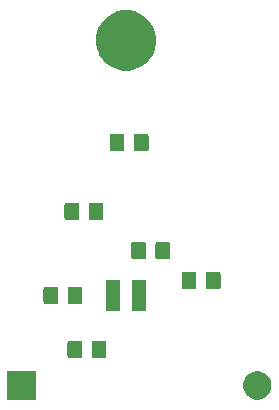
<source format=gbr>
G04 #@! TF.GenerationSoftware,KiCad,Pcbnew,(5.1.4)-1*
G04 #@! TF.CreationDate,2020-11-14T12:40:31-05:00*
G04 #@! TF.ProjectId,circuit,63697263-7569-4742-9e6b-696361645f70,rev?*
G04 #@! TF.SameCoordinates,Original*
G04 #@! TF.FileFunction,Soldermask,Top*
G04 #@! TF.FilePolarity,Negative*
%FSLAX46Y46*%
G04 Gerber Fmt 4.6, Leading zero omitted, Abs format (unit mm)*
G04 Created by KiCad (PCBNEW (5.1.4)-1) date 2020-11-14 12:40:31*
%MOMM*%
%LPD*%
G04 APERTURE LIST*
%ADD10C,0.100000*%
G04 APERTURE END LIST*
D10*
G36*
X74960318Y-72505153D02*
G01*
X75178885Y-72595687D01*
X75178887Y-72595688D01*
X75375593Y-72727122D01*
X75542878Y-72894407D01*
X75674312Y-73091113D01*
X75674313Y-73091115D01*
X75764847Y-73309682D01*
X75811000Y-73541710D01*
X75811000Y-73778290D01*
X75764847Y-74010318D01*
X75674313Y-74228885D01*
X75674312Y-74228887D01*
X75542878Y-74425593D01*
X75375593Y-74592878D01*
X75178887Y-74724312D01*
X75178886Y-74724313D01*
X75178885Y-74724313D01*
X74960318Y-74814847D01*
X74728290Y-74861000D01*
X74491710Y-74861000D01*
X74259682Y-74814847D01*
X74041115Y-74724313D01*
X74041114Y-74724313D01*
X74041113Y-74724312D01*
X73844407Y-74592878D01*
X73677122Y-74425593D01*
X73545688Y-74228887D01*
X73545687Y-74228885D01*
X73455153Y-74010318D01*
X73409000Y-73778290D01*
X73409000Y-73541710D01*
X73455153Y-73309682D01*
X73545687Y-73091115D01*
X73545688Y-73091113D01*
X73677122Y-72894407D01*
X73844407Y-72727122D01*
X74041113Y-72595688D01*
X74041115Y-72595687D01*
X74259682Y-72505153D01*
X74491710Y-72459000D01*
X74728290Y-72459000D01*
X74960318Y-72505153D01*
X74960318Y-72505153D01*
G37*
G36*
X55841000Y-74851000D02*
G01*
X53439000Y-74851000D01*
X53439000Y-72449000D01*
X55841000Y-72449000D01*
X55841000Y-74851000D01*
X55841000Y-74851000D01*
G37*
G36*
X61677674Y-69865465D02*
G01*
X61715367Y-69876899D01*
X61750103Y-69895466D01*
X61780548Y-69920452D01*
X61805534Y-69950897D01*
X61824101Y-69985633D01*
X61835535Y-70023326D01*
X61840000Y-70068661D01*
X61840000Y-71155339D01*
X61835535Y-71200674D01*
X61824101Y-71238367D01*
X61805534Y-71273103D01*
X61780548Y-71303548D01*
X61750103Y-71328534D01*
X61715367Y-71347101D01*
X61677674Y-71358535D01*
X61632339Y-71363000D01*
X60795661Y-71363000D01*
X60750326Y-71358535D01*
X60712633Y-71347101D01*
X60677897Y-71328534D01*
X60647452Y-71303548D01*
X60622466Y-71273103D01*
X60603899Y-71238367D01*
X60592465Y-71200674D01*
X60588000Y-71155339D01*
X60588000Y-70068661D01*
X60592465Y-70023326D01*
X60603899Y-69985633D01*
X60622466Y-69950897D01*
X60647452Y-69920452D01*
X60677897Y-69895466D01*
X60712633Y-69876899D01*
X60750326Y-69865465D01*
X60795661Y-69861000D01*
X61632339Y-69861000D01*
X61677674Y-69865465D01*
X61677674Y-69865465D01*
G37*
G36*
X59627674Y-69865465D02*
G01*
X59665367Y-69876899D01*
X59700103Y-69895466D01*
X59730548Y-69920452D01*
X59755534Y-69950897D01*
X59774101Y-69985633D01*
X59785535Y-70023326D01*
X59790000Y-70068661D01*
X59790000Y-71155339D01*
X59785535Y-71200674D01*
X59774101Y-71238367D01*
X59755534Y-71273103D01*
X59730548Y-71303548D01*
X59700103Y-71328534D01*
X59665367Y-71347101D01*
X59627674Y-71358535D01*
X59582339Y-71363000D01*
X58745661Y-71363000D01*
X58700326Y-71358535D01*
X58662633Y-71347101D01*
X58627897Y-71328534D01*
X58597452Y-71303548D01*
X58572466Y-71273103D01*
X58553899Y-71238367D01*
X58542465Y-71200674D01*
X58538000Y-71155339D01*
X58538000Y-70068661D01*
X58542465Y-70023326D01*
X58553899Y-69985633D01*
X58572466Y-69950897D01*
X58597452Y-69920452D01*
X58627897Y-69895466D01*
X58662633Y-69876899D01*
X58700326Y-69865465D01*
X58745661Y-69861000D01*
X59582339Y-69861000D01*
X59627674Y-69865465D01*
X59627674Y-69865465D01*
G37*
G36*
X62981000Y-67366000D02*
G01*
X61819000Y-67366000D01*
X61819000Y-64714000D01*
X62981000Y-64714000D01*
X62981000Y-67366000D01*
X62981000Y-67366000D01*
G37*
G36*
X65181000Y-67366000D02*
G01*
X64019000Y-67366000D01*
X64019000Y-64714000D01*
X65181000Y-64714000D01*
X65181000Y-67366000D01*
X65181000Y-67366000D01*
G37*
G36*
X59645674Y-65293465D02*
G01*
X59683367Y-65304899D01*
X59718103Y-65323466D01*
X59748548Y-65348452D01*
X59773534Y-65378897D01*
X59792101Y-65413633D01*
X59803535Y-65451326D01*
X59808000Y-65496661D01*
X59808000Y-66583339D01*
X59803535Y-66628674D01*
X59792101Y-66666367D01*
X59773534Y-66701103D01*
X59748548Y-66731548D01*
X59718103Y-66756534D01*
X59683367Y-66775101D01*
X59645674Y-66786535D01*
X59600339Y-66791000D01*
X58763661Y-66791000D01*
X58718326Y-66786535D01*
X58680633Y-66775101D01*
X58645897Y-66756534D01*
X58615452Y-66731548D01*
X58590466Y-66701103D01*
X58571899Y-66666367D01*
X58560465Y-66628674D01*
X58556000Y-66583339D01*
X58556000Y-65496661D01*
X58560465Y-65451326D01*
X58571899Y-65413633D01*
X58590466Y-65378897D01*
X58615452Y-65348452D01*
X58645897Y-65323466D01*
X58680633Y-65304899D01*
X58718326Y-65293465D01*
X58763661Y-65289000D01*
X59600339Y-65289000D01*
X59645674Y-65293465D01*
X59645674Y-65293465D01*
G37*
G36*
X57595674Y-65293465D02*
G01*
X57633367Y-65304899D01*
X57668103Y-65323466D01*
X57698548Y-65348452D01*
X57723534Y-65378897D01*
X57742101Y-65413633D01*
X57753535Y-65451326D01*
X57758000Y-65496661D01*
X57758000Y-66583339D01*
X57753535Y-66628674D01*
X57742101Y-66666367D01*
X57723534Y-66701103D01*
X57698548Y-66731548D01*
X57668103Y-66756534D01*
X57633367Y-66775101D01*
X57595674Y-66786535D01*
X57550339Y-66791000D01*
X56713661Y-66791000D01*
X56668326Y-66786535D01*
X56630633Y-66775101D01*
X56595897Y-66756534D01*
X56565452Y-66731548D01*
X56540466Y-66701103D01*
X56521899Y-66666367D01*
X56510465Y-66628674D01*
X56506000Y-66583339D01*
X56506000Y-65496661D01*
X56510465Y-65451326D01*
X56521899Y-65413633D01*
X56540466Y-65378897D01*
X56565452Y-65348452D01*
X56595897Y-65323466D01*
X56630633Y-65304899D01*
X56668326Y-65293465D01*
X56713661Y-65289000D01*
X57550339Y-65289000D01*
X57595674Y-65293465D01*
X57595674Y-65293465D01*
G37*
G36*
X71338674Y-64023465D02*
G01*
X71376367Y-64034899D01*
X71411103Y-64053466D01*
X71441548Y-64078452D01*
X71466534Y-64108897D01*
X71485101Y-64143633D01*
X71496535Y-64181326D01*
X71501000Y-64226661D01*
X71501000Y-65313339D01*
X71496535Y-65358674D01*
X71485101Y-65396367D01*
X71466534Y-65431103D01*
X71441548Y-65461548D01*
X71411103Y-65486534D01*
X71376367Y-65505101D01*
X71338674Y-65516535D01*
X71293339Y-65521000D01*
X70456661Y-65521000D01*
X70411326Y-65516535D01*
X70373633Y-65505101D01*
X70338897Y-65486534D01*
X70308452Y-65461548D01*
X70283466Y-65431103D01*
X70264899Y-65396367D01*
X70253465Y-65358674D01*
X70249000Y-65313339D01*
X70249000Y-64226661D01*
X70253465Y-64181326D01*
X70264899Y-64143633D01*
X70283466Y-64108897D01*
X70308452Y-64078452D01*
X70338897Y-64053466D01*
X70373633Y-64034899D01*
X70411326Y-64023465D01*
X70456661Y-64019000D01*
X71293339Y-64019000D01*
X71338674Y-64023465D01*
X71338674Y-64023465D01*
G37*
G36*
X69288674Y-64023465D02*
G01*
X69326367Y-64034899D01*
X69361103Y-64053466D01*
X69391548Y-64078452D01*
X69416534Y-64108897D01*
X69435101Y-64143633D01*
X69446535Y-64181326D01*
X69451000Y-64226661D01*
X69451000Y-65313339D01*
X69446535Y-65358674D01*
X69435101Y-65396367D01*
X69416534Y-65431103D01*
X69391548Y-65461548D01*
X69361103Y-65486534D01*
X69326367Y-65505101D01*
X69288674Y-65516535D01*
X69243339Y-65521000D01*
X68406661Y-65521000D01*
X68361326Y-65516535D01*
X68323633Y-65505101D01*
X68288897Y-65486534D01*
X68258452Y-65461548D01*
X68233466Y-65431103D01*
X68214899Y-65396367D01*
X68203465Y-65358674D01*
X68199000Y-65313339D01*
X68199000Y-64226661D01*
X68203465Y-64181326D01*
X68214899Y-64143633D01*
X68233466Y-64108897D01*
X68258452Y-64078452D01*
X68288897Y-64053466D01*
X68323633Y-64034899D01*
X68361326Y-64023465D01*
X68406661Y-64019000D01*
X69243339Y-64019000D01*
X69288674Y-64023465D01*
X69288674Y-64023465D01*
G37*
G36*
X67074675Y-61483465D02*
G01*
X67112368Y-61494899D01*
X67147104Y-61513466D01*
X67177549Y-61538452D01*
X67202535Y-61568897D01*
X67221102Y-61603633D01*
X67232536Y-61641326D01*
X67237001Y-61686661D01*
X67237001Y-62773339D01*
X67232536Y-62818674D01*
X67221102Y-62856367D01*
X67202535Y-62891103D01*
X67177549Y-62921548D01*
X67147104Y-62946534D01*
X67112368Y-62965101D01*
X67074675Y-62976535D01*
X67029340Y-62981000D01*
X66192662Y-62981000D01*
X66147327Y-62976535D01*
X66109634Y-62965101D01*
X66074898Y-62946534D01*
X66044453Y-62921548D01*
X66019467Y-62891103D01*
X66000900Y-62856367D01*
X65989466Y-62818674D01*
X65985001Y-62773339D01*
X65985001Y-61686661D01*
X65989466Y-61641326D01*
X66000900Y-61603633D01*
X66019467Y-61568897D01*
X66044453Y-61538452D01*
X66074898Y-61513466D01*
X66109634Y-61494899D01*
X66147327Y-61483465D01*
X66192662Y-61479000D01*
X67029340Y-61479000D01*
X67074675Y-61483465D01*
X67074675Y-61483465D01*
G37*
G36*
X65024675Y-61483465D02*
G01*
X65062368Y-61494899D01*
X65097104Y-61513466D01*
X65127549Y-61538452D01*
X65152535Y-61568897D01*
X65171102Y-61603633D01*
X65182536Y-61641326D01*
X65187001Y-61686661D01*
X65187001Y-62773339D01*
X65182536Y-62818674D01*
X65171102Y-62856367D01*
X65152535Y-62891103D01*
X65127549Y-62921548D01*
X65097104Y-62946534D01*
X65062368Y-62965101D01*
X65024675Y-62976535D01*
X64979340Y-62981000D01*
X64142662Y-62981000D01*
X64097327Y-62976535D01*
X64059634Y-62965101D01*
X64024898Y-62946534D01*
X63994453Y-62921548D01*
X63969467Y-62891103D01*
X63950900Y-62856367D01*
X63939466Y-62818674D01*
X63935001Y-62773339D01*
X63935001Y-61686661D01*
X63939466Y-61641326D01*
X63950900Y-61603633D01*
X63969467Y-61568897D01*
X63994453Y-61538452D01*
X64024898Y-61513466D01*
X64059634Y-61494899D01*
X64097327Y-61483465D01*
X64142662Y-61479000D01*
X64979340Y-61479000D01*
X65024675Y-61483465D01*
X65024675Y-61483465D01*
G37*
G36*
X61423674Y-58181465D02*
G01*
X61461367Y-58192899D01*
X61496103Y-58211466D01*
X61526548Y-58236452D01*
X61551534Y-58266897D01*
X61570101Y-58301633D01*
X61581535Y-58339326D01*
X61586000Y-58384661D01*
X61586000Y-59471339D01*
X61581535Y-59516674D01*
X61570101Y-59554367D01*
X61551534Y-59589103D01*
X61526548Y-59619548D01*
X61496103Y-59644534D01*
X61461367Y-59663101D01*
X61423674Y-59674535D01*
X61378339Y-59679000D01*
X60541661Y-59679000D01*
X60496326Y-59674535D01*
X60458633Y-59663101D01*
X60423897Y-59644534D01*
X60393452Y-59619548D01*
X60368466Y-59589103D01*
X60349899Y-59554367D01*
X60338465Y-59516674D01*
X60334000Y-59471339D01*
X60334000Y-58384661D01*
X60338465Y-58339326D01*
X60349899Y-58301633D01*
X60368466Y-58266897D01*
X60393452Y-58236452D01*
X60423897Y-58211466D01*
X60458633Y-58192899D01*
X60496326Y-58181465D01*
X60541661Y-58177000D01*
X61378339Y-58177000D01*
X61423674Y-58181465D01*
X61423674Y-58181465D01*
G37*
G36*
X59373674Y-58181465D02*
G01*
X59411367Y-58192899D01*
X59446103Y-58211466D01*
X59476548Y-58236452D01*
X59501534Y-58266897D01*
X59520101Y-58301633D01*
X59531535Y-58339326D01*
X59536000Y-58384661D01*
X59536000Y-59471339D01*
X59531535Y-59516674D01*
X59520101Y-59554367D01*
X59501534Y-59589103D01*
X59476548Y-59619548D01*
X59446103Y-59644534D01*
X59411367Y-59663101D01*
X59373674Y-59674535D01*
X59328339Y-59679000D01*
X58491661Y-59679000D01*
X58446326Y-59674535D01*
X58408633Y-59663101D01*
X58373897Y-59644534D01*
X58343452Y-59619548D01*
X58318466Y-59589103D01*
X58299899Y-59554367D01*
X58288465Y-59516674D01*
X58284000Y-59471339D01*
X58284000Y-58384661D01*
X58288465Y-58339326D01*
X58299899Y-58301633D01*
X58318466Y-58266897D01*
X58343452Y-58236452D01*
X58373897Y-58211466D01*
X58408633Y-58192899D01*
X58446326Y-58181465D01*
X58491661Y-58177000D01*
X59328339Y-58177000D01*
X59373674Y-58181465D01*
X59373674Y-58181465D01*
G37*
G36*
X63192674Y-52339465D02*
G01*
X63230367Y-52350899D01*
X63265103Y-52369466D01*
X63295548Y-52394452D01*
X63320534Y-52424897D01*
X63339101Y-52459633D01*
X63350535Y-52497326D01*
X63355000Y-52542661D01*
X63355000Y-53629339D01*
X63350535Y-53674674D01*
X63339101Y-53712367D01*
X63320534Y-53747103D01*
X63295548Y-53777548D01*
X63265103Y-53802534D01*
X63230367Y-53821101D01*
X63192674Y-53832535D01*
X63147339Y-53837000D01*
X62310661Y-53837000D01*
X62265326Y-53832535D01*
X62227633Y-53821101D01*
X62192897Y-53802534D01*
X62162452Y-53777548D01*
X62137466Y-53747103D01*
X62118899Y-53712367D01*
X62107465Y-53674674D01*
X62103000Y-53629339D01*
X62103000Y-52542661D01*
X62107465Y-52497326D01*
X62118899Y-52459633D01*
X62137466Y-52424897D01*
X62162452Y-52394452D01*
X62192897Y-52369466D01*
X62227633Y-52350899D01*
X62265326Y-52339465D01*
X62310661Y-52335000D01*
X63147339Y-52335000D01*
X63192674Y-52339465D01*
X63192674Y-52339465D01*
G37*
G36*
X65242674Y-52339465D02*
G01*
X65280367Y-52350899D01*
X65315103Y-52369466D01*
X65345548Y-52394452D01*
X65370534Y-52424897D01*
X65389101Y-52459633D01*
X65400535Y-52497326D01*
X65405000Y-52542661D01*
X65405000Y-53629339D01*
X65400535Y-53674674D01*
X65389101Y-53712367D01*
X65370534Y-53747103D01*
X65345548Y-53777548D01*
X65315103Y-53802534D01*
X65280367Y-53821101D01*
X65242674Y-53832535D01*
X65197339Y-53837000D01*
X64360661Y-53837000D01*
X64315326Y-53832535D01*
X64277633Y-53821101D01*
X64242897Y-53802534D01*
X64212452Y-53777548D01*
X64187466Y-53747103D01*
X64168899Y-53712367D01*
X64157465Y-53674674D01*
X64153000Y-53629339D01*
X64153000Y-52542661D01*
X64157465Y-52497326D01*
X64168899Y-52459633D01*
X64187466Y-52424897D01*
X64212452Y-52394452D01*
X64242897Y-52369466D01*
X64277633Y-52350899D01*
X64315326Y-52339465D01*
X64360661Y-52335000D01*
X65197339Y-52335000D01*
X65242674Y-52339465D01*
X65242674Y-52339465D01*
G37*
G36*
X64244098Y-41997033D02*
G01*
X64708350Y-42189332D01*
X64708352Y-42189333D01*
X65126168Y-42468509D01*
X65481491Y-42823832D01*
X65616575Y-43026000D01*
X65760668Y-43241650D01*
X65952967Y-43705902D01*
X66051000Y-44198747D01*
X66051000Y-44701253D01*
X65952967Y-45194098D01*
X65831093Y-45488329D01*
X65760667Y-45658352D01*
X65481491Y-46076168D01*
X65126168Y-46431491D01*
X64708352Y-46710667D01*
X64708351Y-46710668D01*
X64708350Y-46710668D01*
X64244098Y-46902967D01*
X63751253Y-47001000D01*
X63248747Y-47001000D01*
X62755902Y-46902967D01*
X62291650Y-46710668D01*
X62291649Y-46710668D01*
X62291648Y-46710667D01*
X61873832Y-46431491D01*
X61518509Y-46076168D01*
X61239333Y-45658352D01*
X61168907Y-45488329D01*
X61047033Y-45194098D01*
X60949000Y-44701253D01*
X60949000Y-44198747D01*
X61047033Y-43705902D01*
X61239332Y-43241650D01*
X61383425Y-43026000D01*
X61518509Y-42823832D01*
X61873832Y-42468509D01*
X62291648Y-42189333D01*
X62291650Y-42189332D01*
X62755902Y-41997033D01*
X63248747Y-41899000D01*
X63751253Y-41899000D01*
X64244098Y-41997033D01*
X64244098Y-41997033D01*
G37*
M02*

</source>
